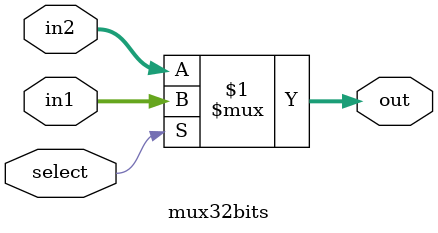
<source format=v>
`timescale 1ns / 1ps

module mux32bits(in1, in2, select, out);
    input [31:0] in1;
    input [31:0] in2;
    input select;
    output [31:0] out;
    
    assign out = select ? in1 : in2 ;
endmodule

</source>
